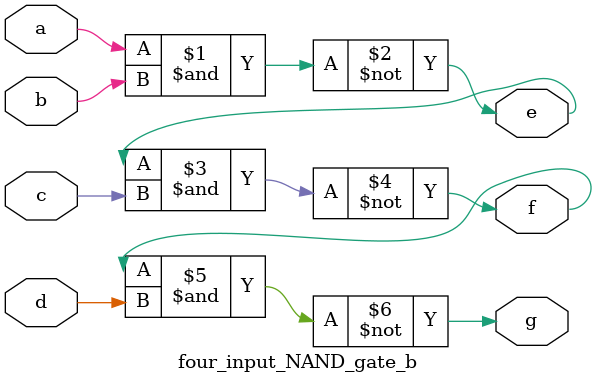
<source format=v>
`timescale 1ns / 1ps

module four_input_NAND_gate_b(
    input a, b, c, d,
    output e, f, g
    );
    
    assign e = ~(a & b);
    assign f = ~(e & c);
    assign g = ~(f & d);
        
endmodule
</source>
